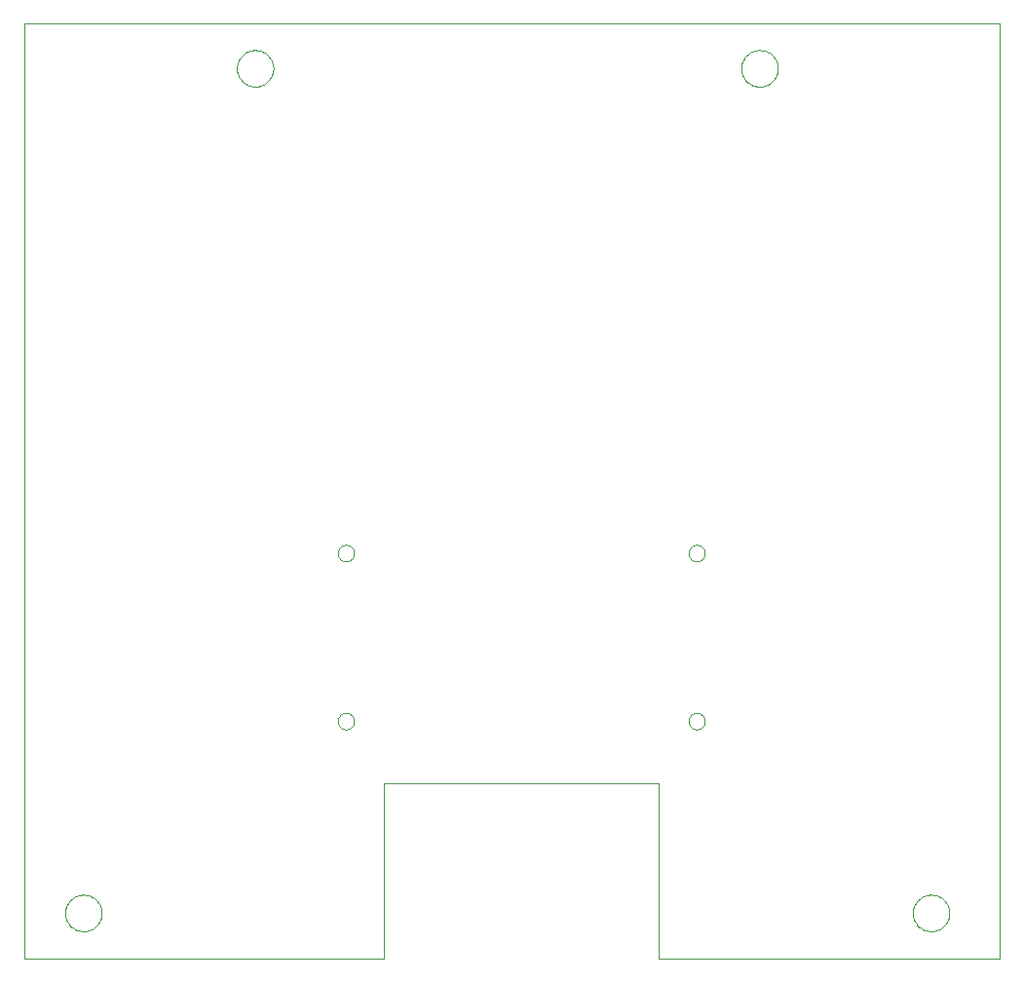
<source format=gtp>
G75*
%MOIN*%
%OFA0B0*%
%FSLAX24Y24*%
%IPPOS*%
%LPD*%
%AMOC8*
5,1,8,0,0,1.08239X$1,22.5*
%
%ADD10C,0.0000*%
D10*
X000180Y000180D02*
X000180Y032176D01*
X033550Y032176D01*
X033550Y000180D01*
X021880Y000180D01*
X021880Y006180D01*
X012480Y006180D01*
X012480Y000180D01*
X000180Y000180D01*
X001575Y001740D02*
X001577Y001790D01*
X001583Y001839D01*
X001593Y001888D01*
X001606Y001935D01*
X001624Y001982D01*
X001645Y002027D01*
X001669Y002070D01*
X001697Y002111D01*
X001728Y002150D01*
X001762Y002186D01*
X001799Y002220D01*
X001839Y002250D01*
X001880Y002277D01*
X001924Y002301D01*
X001969Y002321D01*
X002016Y002337D01*
X002064Y002350D01*
X002113Y002359D01*
X002163Y002364D01*
X002212Y002365D01*
X002262Y002362D01*
X002311Y002355D01*
X002360Y002344D01*
X002407Y002330D01*
X002453Y002311D01*
X002498Y002289D01*
X002541Y002264D01*
X002581Y002235D01*
X002619Y002203D01*
X002655Y002169D01*
X002688Y002131D01*
X002717Y002091D01*
X002743Y002049D01*
X002766Y002005D01*
X002785Y001959D01*
X002801Y001912D01*
X002813Y001863D01*
X002821Y001814D01*
X002825Y001765D01*
X002825Y001715D01*
X002821Y001666D01*
X002813Y001617D01*
X002801Y001568D01*
X002785Y001521D01*
X002766Y001475D01*
X002743Y001431D01*
X002717Y001389D01*
X002688Y001349D01*
X002655Y001311D01*
X002619Y001277D01*
X002581Y001245D01*
X002541Y001216D01*
X002498Y001191D01*
X002453Y001169D01*
X002407Y001150D01*
X002360Y001136D01*
X002311Y001125D01*
X002262Y001118D01*
X002212Y001115D01*
X002163Y001116D01*
X002113Y001121D01*
X002064Y001130D01*
X002016Y001143D01*
X001969Y001159D01*
X001924Y001179D01*
X001880Y001203D01*
X001839Y001230D01*
X001799Y001260D01*
X001762Y001294D01*
X001728Y001330D01*
X001697Y001369D01*
X001669Y001410D01*
X001645Y001453D01*
X001624Y001498D01*
X001606Y001545D01*
X001593Y001592D01*
X001583Y001641D01*
X001577Y001690D01*
X001575Y001740D01*
X010900Y008305D02*
X010902Y008338D01*
X010908Y008371D01*
X010918Y008402D01*
X010931Y008433D01*
X010948Y008461D01*
X010968Y008488D01*
X010991Y008512D01*
X011017Y008532D01*
X011045Y008550D01*
X011075Y008564D01*
X011106Y008575D01*
X011139Y008582D01*
X011172Y008585D01*
X011205Y008584D01*
X011238Y008579D01*
X011270Y008570D01*
X011300Y008558D01*
X011329Y008542D01*
X011356Y008522D01*
X011381Y008500D01*
X011403Y008475D01*
X011421Y008447D01*
X011436Y008418D01*
X011448Y008387D01*
X011456Y008355D01*
X011460Y008322D01*
X011460Y008288D01*
X011456Y008255D01*
X011448Y008223D01*
X011436Y008192D01*
X011421Y008163D01*
X011403Y008135D01*
X011381Y008110D01*
X011356Y008088D01*
X011329Y008068D01*
X011300Y008052D01*
X011270Y008040D01*
X011238Y008031D01*
X011205Y008026D01*
X011172Y008025D01*
X011139Y008028D01*
X011106Y008035D01*
X011075Y008046D01*
X011045Y008060D01*
X011017Y008078D01*
X010991Y008098D01*
X010968Y008122D01*
X010948Y008149D01*
X010931Y008177D01*
X010918Y008208D01*
X010908Y008239D01*
X010902Y008272D01*
X010900Y008305D01*
X010900Y014055D02*
X010902Y014088D01*
X010908Y014121D01*
X010918Y014152D01*
X010931Y014183D01*
X010948Y014211D01*
X010968Y014238D01*
X010991Y014262D01*
X011017Y014282D01*
X011045Y014300D01*
X011075Y014314D01*
X011106Y014325D01*
X011139Y014332D01*
X011172Y014335D01*
X011205Y014334D01*
X011238Y014329D01*
X011270Y014320D01*
X011300Y014308D01*
X011329Y014292D01*
X011356Y014272D01*
X011381Y014250D01*
X011403Y014225D01*
X011421Y014197D01*
X011436Y014168D01*
X011448Y014137D01*
X011456Y014105D01*
X011460Y014072D01*
X011460Y014038D01*
X011456Y014005D01*
X011448Y013973D01*
X011436Y013942D01*
X011421Y013913D01*
X011403Y013885D01*
X011381Y013860D01*
X011356Y013838D01*
X011329Y013818D01*
X011300Y013802D01*
X011270Y013790D01*
X011238Y013781D01*
X011205Y013776D01*
X011172Y013775D01*
X011139Y013778D01*
X011106Y013785D01*
X011075Y013796D01*
X011045Y013810D01*
X011017Y013828D01*
X010991Y013848D01*
X010968Y013872D01*
X010948Y013899D01*
X010931Y013927D01*
X010918Y013958D01*
X010908Y013989D01*
X010902Y014022D01*
X010900Y014055D01*
X022900Y014055D02*
X022902Y014088D01*
X022908Y014121D01*
X022918Y014152D01*
X022931Y014183D01*
X022948Y014211D01*
X022968Y014238D01*
X022991Y014262D01*
X023017Y014282D01*
X023045Y014300D01*
X023075Y014314D01*
X023106Y014325D01*
X023139Y014332D01*
X023172Y014335D01*
X023205Y014334D01*
X023238Y014329D01*
X023270Y014320D01*
X023300Y014308D01*
X023329Y014292D01*
X023356Y014272D01*
X023381Y014250D01*
X023403Y014225D01*
X023421Y014197D01*
X023436Y014168D01*
X023448Y014137D01*
X023456Y014105D01*
X023460Y014072D01*
X023460Y014038D01*
X023456Y014005D01*
X023448Y013973D01*
X023436Y013942D01*
X023421Y013913D01*
X023403Y013885D01*
X023381Y013860D01*
X023356Y013838D01*
X023329Y013818D01*
X023300Y013802D01*
X023270Y013790D01*
X023238Y013781D01*
X023205Y013776D01*
X023172Y013775D01*
X023139Y013778D01*
X023106Y013785D01*
X023075Y013796D01*
X023045Y013810D01*
X023017Y013828D01*
X022991Y013848D01*
X022968Y013872D01*
X022948Y013899D01*
X022931Y013927D01*
X022918Y013958D01*
X022908Y013989D01*
X022902Y014022D01*
X022900Y014055D01*
X022900Y008305D02*
X022902Y008338D01*
X022908Y008371D01*
X022918Y008402D01*
X022931Y008433D01*
X022948Y008461D01*
X022968Y008488D01*
X022991Y008512D01*
X023017Y008532D01*
X023045Y008550D01*
X023075Y008564D01*
X023106Y008575D01*
X023139Y008582D01*
X023172Y008585D01*
X023205Y008584D01*
X023238Y008579D01*
X023270Y008570D01*
X023300Y008558D01*
X023329Y008542D01*
X023356Y008522D01*
X023381Y008500D01*
X023403Y008475D01*
X023421Y008447D01*
X023436Y008418D01*
X023448Y008387D01*
X023456Y008355D01*
X023460Y008322D01*
X023460Y008288D01*
X023456Y008255D01*
X023448Y008223D01*
X023436Y008192D01*
X023421Y008163D01*
X023403Y008135D01*
X023381Y008110D01*
X023356Y008088D01*
X023329Y008068D01*
X023300Y008052D01*
X023270Y008040D01*
X023238Y008031D01*
X023205Y008026D01*
X023172Y008025D01*
X023139Y008028D01*
X023106Y008035D01*
X023075Y008046D01*
X023045Y008060D01*
X023017Y008078D01*
X022991Y008098D01*
X022968Y008122D01*
X022948Y008149D01*
X022931Y008177D01*
X022918Y008208D01*
X022908Y008239D01*
X022902Y008272D01*
X022900Y008305D01*
X030575Y001740D02*
X030577Y001790D01*
X030583Y001839D01*
X030593Y001888D01*
X030606Y001935D01*
X030624Y001982D01*
X030645Y002027D01*
X030669Y002070D01*
X030697Y002111D01*
X030728Y002150D01*
X030762Y002186D01*
X030799Y002220D01*
X030839Y002250D01*
X030880Y002277D01*
X030924Y002301D01*
X030969Y002321D01*
X031016Y002337D01*
X031064Y002350D01*
X031113Y002359D01*
X031163Y002364D01*
X031212Y002365D01*
X031262Y002362D01*
X031311Y002355D01*
X031360Y002344D01*
X031407Y002330D01*
X031453Y002311D01*
X031498Y002289D01*
X031541Y002264D01*
X031581Y002235D01*
X031619Y002203D01*
X031655Y002169D01*
X031688Y002131D01*
X031717Y002091D01*
X031743Y002049D01*
X031766Y002005D01*
X031785Y001959D01*
X031801Y001912D01*
X031813Y001863D01*
X031821Y001814D01*
X031825Y001765D01*
X031825Y001715D01*
X031821Y001666D01*
X031813Y001617D01*
X031801Y001568D01*
X031785Y001521D01*
X031766Y001475D01*
X031743Y001431D01*
X031717Y001389D01*
X031688Y001349D01*
X031655Y001311D01*
X031619Y001277D01*
X031581Y001245D01*
X031541Y001216D01*
X031498Y001191D01*
X031453Y001169D01*
X031407Y001150D01*
X031360Y001136D01*
X031311Y001125D01*
X031262Y001118D01*
X031212Y001115D01*
X031163Y001116D01*
X031113Y001121D01*
X031064Y001130D01*
X031016Y001143D01*
X030969Y001159D01*
X030924Y001179D01*
X030880Y001203D01*
X030839Y001230D01*
X030799Y001260D01*
X030762Y001294D01*
X030728Y001330D01*
X030697Y001369D01*
X030669Y001410D01*
X030645Y001453D01*
X030624Y001498D01*
X030606Y001545D01*
X030593Y001592D01*
X030583Y001641D01*
X030577Y001690D01*
X030575Y001740D01*
X024705Y030640D02*
X024707Y030690D01*
X024713Y030739D01*
X024723Y030788D01*
X024736Y030835D01*
X024754Y030882D01*
X024775Y030927D01*
X024799Y030970D01*
X024827Y031011D01*
X024858Y031050D01*
X024892Y031086D01*
X024929Y031120D01*
X024969Y031150D01*
X025010Y031177D01*
X025054Y031201D01*
X025099Y031221D01*
X025146Y031237D01*
X025194Y031250D01*
X025243Y031259D01*
X025293Y031264D01*
X025342Y031265D01*
X025392Y031262D01*
X025441Y031255D01*
X025490Y031244D01*
X025537Y031230D01*
X025583Y031211D01*
X025628Y031189D01*
X025671Y031164D01*
X025711Y031135D01*
X025749Y031103D01*
X025785Y031069D01*
X025818Y031031D01*
X025847Y030991D01*
X025873Y030949D01*
X025896Y030905D01*
X025915Y030859D01*
X025931Y030812D01*
X025943Y030763D01*
X025951Y030714D01*
X025955Y030665D01*
X025955Y030615D01*
X025951Y030566D01*
X025943Y030517D01*
X025931Y030468D01*
X025915Y030421D01*
X025896Y030375D01*
X025873Y030331D01*
X025847Y030289D01*
X025818Y030249D01*
X025785Y030211D01*
X025749Y030177D01*
X025711Y030145D01*
X025671Y030116D01*
X025628Y030091D01*
X025583Y030069D01*
X025537Y030050D01*
X025490Y030036D01*
X025441Y030025D01*
X025392Y030018D01*
X025342Y030015D01*
X025293Y030016D01*
X025243Y030021D01*
X025194Y030030D01*
X025146Y030043D01*
X025099Y030059D01*
X025054Y030079D01*
X025010Y030103D01*
X024969Y030130D01*
X024929Y030160D01*
X024892Y030194D01*
X024858Y030230D01*
X024827Y030269D01*
X024799Y030310D01*
X024775Y030353D01*
X024754Y030398D01*
X024736Y030445D01*
X024723Y030492D01*
X024713Y030541D01*
X024707Y030590D01*
X024705Y030640D01*
X007447Y030640D02*
X007449Y030690D01*
X007455Y030739D01*
X007465Y030788D01*
X007478Y030835D01*
X007496Y030882D01*
X007517Y030927D01*
X007541Y030970D01*
X007569Y031011D01*
X007600Y031050D01*
X007634Y031086D01*
X007671Y031120D01*
X007711Y031150D01*
X007752Y031177D01*
X007796Y031201D01*
X007841Y031221D01*
X007888Y031237D01*
X007936Y031250D01*
X007985Y031259D01*
X008035Y031264D01*
X008084Y031265D01*
X008134Y031262D01*
X008183Y031255D01*
X008232Y031244D01*
X008279Y031230D01*
X008325Y031211D01*
X008370Y031189D01*
X008413Y031164D01*
X008453Y031135D01*
X008491Y031103D01*
X008527Y031069D01*
X008560Y031031D01*
X008589Y030991D01*
X008615Y030949D01*
X008638Y030905D01*
X008657Y030859D01*
X008673Y030812D01*
X008685Y030763D01*
X008693Y030714D01*
X008697Y030665D01*
X008697Y030615D01*
X008693Y030566D01*
X008685Y030517D01*
X008673Y030468D01*
X008657Y030421D01*
X008638Y030375D01*
X008615Y030331D01*
X008589Y030289D01*
X008560Y030249D01*
X008527Y030211D01*
X008491Y030177D01*
X008453Y030145D01*
X008413Y030116D01*
X008370Y030091D01*
X008325Y030069D01*
X008279Y030050D01*
X008232Y030036D01*
X008183Y030025D01*
X008134Y030018D01*
X008084Y030015D01*
X008035Y030016D01*
X007985Y030021D01*
X007936Y030030D01*
X007888Y030043D01*
X007841Y030059D01*
X007796Y030079D01*
X007752Y030103D01*
X007711Y030130D01*
X007671Y030160D01*
X007634Y030194D01*
X007600Y030230D01*
X007569Y030269D01*
X007541Y030310D01*
X007517Y030353D01*
X007496Y030398D01*
X007478Y030445D01*
X007465Y030492D01*
X007455Y030541D01*
X007449Y030590D01*
X007447Y030640D01*
M02*

</source>
